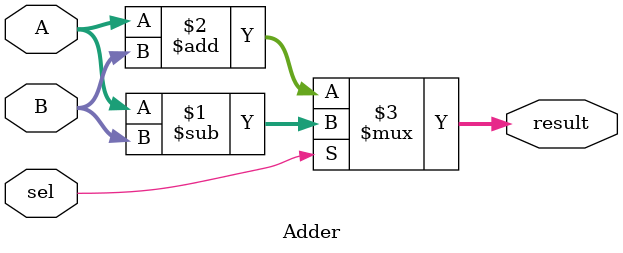
<source format=v>
`timescale 1ns / 1ps


module Adder(
    input [31:0] A, B,
    input sel,
    output [31:0] result
    );

    assign result = (sel) ? (A - B) : (A + B);
endmodule

</source>
